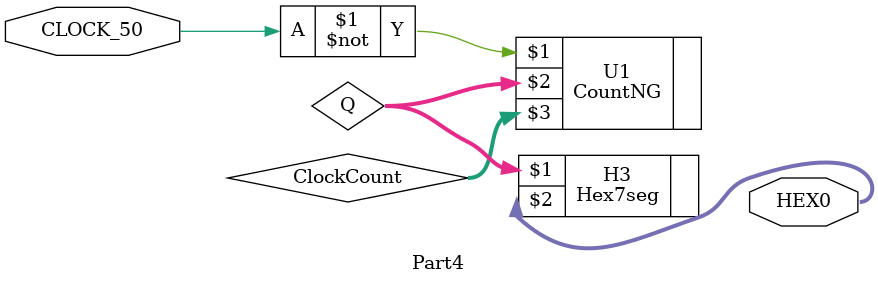
<source format=v>

module Part4( HEX0, CLOCK_50);
  input CLOCK_50;                // System clock
  output [0:6]HEX0;              // 7-segment displays
  
  wire [3:0]Q;                   // Wires to simplify the module calls
  wire [25:0] ClockCount;        // Wires to simplify the module calls
  
  // use CountNG with N=4
  CountNG #(.N(4)) U1( ~CLOCK_50, Q, ClockCount );
   
  // wire up the 7-seg displays
  // Note: you will have to build your own 7-segment hex decoders (4 bits in,
  // seven segments out that display '0' through 'F').
  Hex7seg H3( Q, HEX0 );

endmodule

</source>
